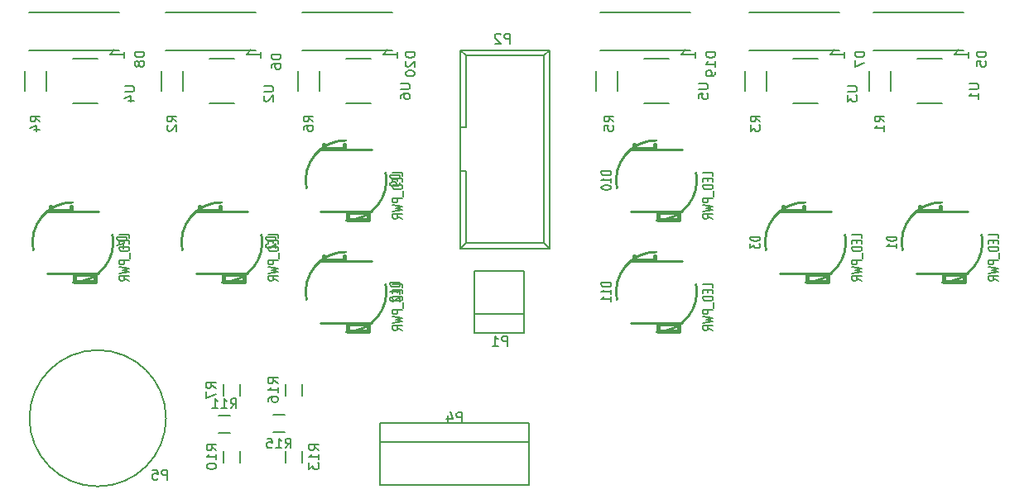
<source format=gbo>
G04 #@! TF.FileFunction,Legend,Bot*
%FSLAX46Y46*%
G04 Gerber Fmt 4.6, Leading zero omitted, Abs format (unit mm)*
G04 Created by KiCad (PCBNEW 4.0.4+e1-6308~48~ubuntu14.04.1-stable) date Sun Sep  4 20:51:27 2016*
%MOMM*%
%LPD*%
G01*
G04 APERTURE LIST*
%ADD10C,0.100000*%
%ADD11C,0.150000*%
%ADD12C,0.406400*%
%ADD13C,0.254000*%
%ADD14C,0.127000*%
G04 APERTURE END LIST*
D10*
D11*
X169870000Y-65380000D02*
X160570000Y-65380000D01*
X160570000Y-69240000D02*
X169870000Y-69240000D01*
X157170000Y-65380000D02*
X147870000Y-65380000D01*
X147870000Y-69240000D02*
X157170000Y-69240000D01*
X141930000Y-65380000D02*
X132630000Y-65380000D01*
X132630000Y-69240000D02*
X141930000Y-69240000D01*
X111450000Y-65380000D02*
X102150000Y-65380000D01*
X102150000Y-69240000D02*
X111450000Y-69240000D01*
X97480000Y-65380000D02*
X88180000Y-65380000D01*
X88180000Y-69240000D02*
X97480000Y-69240000D01*
X83510000Y-65380000D02*
X74210000Y-65380000D01*
X74210000Y-69240000D02*
X83510000Y-69240000D01*
D12*
X169938700Y-92158820D02*
X169938700Y-92189300D01*
X169938700Y-92189300D02*
X169938700Y-92948760D01*
X169938700Y-92948760D02*
X167838120Y-92948760D01*
X167838120Y-92948760D02*
X167838120Y-92168980D01*
X165361620Y-85651340D02*
X165361620Y-85250020D01*
X167462200Y-85250020D02*
X167462200Y-85651340D01*
X165361620Y-85651340D02*
X167462200Y-85651340D01*
D13*
X170258740Y-92077540D02*
X165021260Y-92077540D01*
D12*
X169938700Y-92189300D02*
X167838120Y-92189300D01*
D13*
X170238420Y-85730080D02*
X165011100Y-85740240D01*
X171687193Y-88126356D02*
G75*
G02X167667940Y-93002100I-4019253J-781264D01*
G01*
X163591856Y-89687022D02*
G75*
G02X167614600Y-84807044I4022744J781942D01*
G01*
D12*
X155968700Y-92158820D02*
X155968700Y-92189300D01*
X155968700Y-92189300D02*
X155968700Y-92948760D01*
X155968700Y-92948760D02*
X153868120Y-92948760D01*
X153868120Y-92948760D02*
X153868120Y-92168980D01*
X151391620Y-85651340D02*
X151391620Y-85250020D01*
X153492200Y-85250020D02*
X153492200Y-85651340D01*
X151391620Y-85651340D02*
X153492200Y-85651340D01*
D13*
X156288740Y-92077540D02*
X151051260Y-92077540D01*
D12*
X155968700Y-92189300D02*
X153868120Y-92189300D01*
D13*
X156268420Y-85730080D02*
X151041100Y-85740240D01*
X157717193Y-88126356D02*
G75*
G02X153697940Y-93002100I-4019253J-781264D01*
G01*
X149621856Y-89687022D02*
G75*
G02X153644600Y-84807044I4022744J781942D01*
G01*
D12*
X140728700Y-97238820D02*
X140728700Y-97269300D01*
X140728700Y-97269300D02*
X140728700Y-98028760D01*
X140728700Y-98028760D02*
X138628120Y-98028760D01*
X138628120Y-98028760D02*
X138628120Y-97248980D01*
X136151620Y-90731340D02*
X136151620Y-90330020D01*
X138252200Y-90330020D02*
X138252200Y-90731340D01*
X136151620Y-90731340D02*
X138252200Y-90731340D01*
D13*
X141048740Y-97157540D02*
X135811260Y-97157540D01*
D12*
X140728700Y-97269300D02*
X138628120Y-97269300D01*
D13*
X141028420Y-90810080D02*
X135801100Y-90820240D01*
X142477193Y-93206356D02*
G75*
G02X138457940Y-98082100I-4019253J-781264D01*
G01*
X134381856Y-94767022D02*
G75*
G02X138404600Y-89887044I4022744J781942D01*
G01*
D12*
X140728700Y-85808820D02*
X140728700Y-85839300D01*
X140728700Y-85839300D02*
X140728700Y-86598760D01*
X140728700Y-86598760D02*
X138628120Y-86598760D01*
X138628120Y-86598760D02*
X138628120Y-85818980D01*
X136151620Y-79301340D02*
X136151620Y-78900020D01*
X138252200Y-78900020D02*
X138252200Y-79301340D01*
X136151620Y-79301340D02*
X138252200Y-79301340D01*
D13*
X141048740Y-85727540D02*
X135811260Y-85727540D01*
D12*
X140728700Y-85839300D02*
X138628120Y-85839300D01*
D13*
X141028420Y-79380080D02*
X135801100Y-79390240D01*
X142477193Y-81776356D02*
G75*
G02X138457940Y-86652100I-4019253J-781264D01*
G01*
X134381856Y-83337022D02*
G75*
G02X138404600Y-78457044I4022744J781942D01*
G01*
D12*
X108978700Y-97238820D02*
X108978700Y-97269300D01*
X108978700Y-97269300D02*
X108978700Y-98028760D01*
X108978700Y-98028760D02*
X106878120Y-98028760D01*
X106878120Y-98028760D02*
X106878120Y-97248980D01*
X104401620Y-90731340D02*
X104401620Y-90330020D01*
X106502200Y-90330020D02*
X106502200Y-90731340D01*
X104401620Y-90731340D02*
X106502200Y-90731340D01*
D13*
X109298740Y-97157540D02*
X104061260Y-97157540D01*
D12*
X108978700Y-97269300D02*
X106878120Y-97269300D01*
D13*
X109278420Y-90810080D02*
X104051100Y-90820240D01*
X110727193Y-93206356D02*
G75*
G02X106707940Y-98082100I-4019253J-781264D01*
G01*
X102631856Y-94767022D02*
G75*
G02X106654600Y-89887044I4022744J781942D01*
G01*
D12*
X108978700Y-85808820D02*
X108978700Y-85839300D01*
X108978700Y-85839300D02*
X108978700Y-86598760D01*
X108978700Y-86598760D02*
X106878120Y-86598760D01*
X106878120Y-86598760D02*
X106878120Y-85818980D01*
X104401620Y-79301340D02*
X104401620Y-78900020D01*
X106502200Y-78900020D02*
X106502200Y-79301340D01*
X104401620Y-79301340D02*
X106502200Y-79301340D01*
D13*
X109298740Y-85727540D02*
X104061260Y-85727540D01*
D12*
X108978700Y-85839300D02*
X106878120Y-85839300D01*
D13*
X109278420Y-79380080D02*
X104051100Y-79390240D01*
X110727193Y-81776356D02*
G75*
G02X106707940Y-86652100I-4019253J-781264D01*
G01*
X102631856Y-83337022D02*
G75*
G02X106654600Y-78457044I4022744J781942D01*
G01*
D12*
X96278700Y-92158820D02*
X96278700Y-92189300D01*
X96278700Y-92189300D02*
X96278700Y-92948760D01*
X96278700Y-92948760D02*
X94178120Y-92948760D01*
X94178120Y-92948760D02*
X94178120Y-92168980D01*
X91701620Y-85651340D02*
X91701620Y-85250020D01*
X93802200Y-85250020D02*
X93802200Y-85651340D01*
X91701620Y-85651340D02*
X93802200Y-85651340D01*
D13*
X96598740Y-92077540D02*
X91361260Y-92077540D01*
D12*
X96278700Y-92189300D02*
X94178120Y-92189300D01*
D13*
X96578420Y-85730080D02*
X91351100Y-85740240D01*
X98027193Y-88126356D02*
G75*
G02X94007940Y-93002100I-4019253J-781264D01*
G01*
X89931856Y-89687022D02*
G75*
G02X93954600Y-84807044I4022744J781942D01*
G01*
D12*
X81038700Y-92158820D02*
X81038700Y-92189300D01*
X81038700Y-92189300D02*
X81038700Y-92948760D01*
X81038700Y-92948760D02*
X78938120Y-92948760D01*
X78938120Y-92948760D02*
X78938120Y-92168980D01*
X76461620Y-85651340D02*
X76461620Y-85250020D01*
X78562200Y-85250020D02*
X78562200Y-85651340D01*
X76461620Y-85651340D02*
X78562200Y-85651340D01*
D13*
X81358740Y-92077540D02*
X76121260Y-92077540D01*
D12*
X81038700Y-92189300D02*
X78938120Y-92189300D01*
D13*
X81338420Y-85730080D02*
X76111100Y-85740240D01*
X82787193Y-88126356D02*
G75*
G02X78767940Y-93002100I-4019253J-781264D01*
G01*
X74691856Y-89687022D02*
G75*
G02X78714600Y-84807044I4022744J781942D01*
G01*
D11*
X127486000Y-89535000D02*
X127486000Y-69215000D01*
X126936000Y-88995000D02*
X126936000Y-69775000D01*
X118386000Y-89535000D02*
X118386000Y-69215000D01*
X118936000Y-88995000D02*
X118936000Y-81625000D01*
X118936000Y-77125000D02*
X118936000Y-69775000D01*
X118936000Y-81625000D02*
X118386000Y-81625000D01*
X118936000Y-77125000D02*
X118386000Y-77125000D01*
X127486000Y-89535000D02*
X118386000Y-89535000D01*
X126936000Y-88995000D02*
X118936000Y-88995000D01*
X127486000Y-69215000D02*
X118386000Y-69215000D01*
X126936000Y-69775000D02*
X118936000Y-69775000D01*
X127486000Y-89535000D02*
X126936000Y-88995000D01*
X127486000Y-69215000D02*
X126936000Y-69775000D01*
X118386000Y-89535000D02*
X118936000Y-88995000D01*
X118386000Y-69215000D02*
X118936000Y-69775000D01*
X117792500Y-113792000D02*
X110172500Y-113792000D01*
X117792500Y-109347000D02*
X110172500Y-109347000D01*
X117792500Y-107442000D02*
X110172500Y-107442000D01*
X125412500Y-107442000D02*
X125412500Y-113792000D01*
X110172500Y-107442000D02*
X110172500Y-113792000D01*
X117792500Y-109347000D02*
X125412500Y-109347000D01*
X125412500Y-107442000D02*
X117792500Y-107442000D01*
X117792500Y-113792000D02*
X125412500Y-113792000D01*
X124841000Y-96266000D02*
X119761000Y-96266000D01*
X124841000Y-91821000D02*
X119761000Y-91821000D01*
X119761000Y-98171000D02*
X124841000Y-98171000D01*
X119761000Y-98171000D02*
X119761000Y-91821000D01*
X124841000Y-98171000D02*
X124841000Y-91821000D01*
X88265000Y-106934000D02*
G75*
G03X88265000Y-106934000I-6985000J0D01*
G01*
X160215000Y-71390000D02*
X160215000Y-73390000D01*
X162365000Y-73390000D02*
X162365000Y-71390000D01*
X87825000Y-71390000D02*
X87825000Y-73390000D01*
X89975000Y-73390000D02*
X89975000Y-71390000D01*
X147515000Y-71390000D02*
X147515000Y-73390000D01*
X149665000Y-73390000D02*
X149665000Y-71390000D01*
X73855000Y-71390000D02*
X73855000Y-73390000D01*
X76005000Y-73390000D02*
X76005000Y-71390000D01*
X132275000Y-71390000D02*
X132275000Y-73390000D01*
X134425000Y-73390000D02*
X134425000Y-71390000D01*
X101795000Y-71390000D02*
X101795000Y-73390000D01*
X103945000Y-73390000D02*
X103945000Y-71390000D01*
X95871000Y-104613000D02*
X95871000Y-103413000D01*
X94121000Y-103413000D02*
X94121000Y-104613000D01*
X94121000Y-110271000D02*
X94121000Y-111471000D01*
X95871000Y-111471000D02*
X95871000Y-110271000D01*
X93634000Y-108444000D02*
X94834000Y-108444000D01*
X94834000Y-106694000D02*
X93634000Y-106694000D01*
X100471000Y-110271000D02*
X100471000Y-111471000D01*
X102221000Y-111471000D02*
X102221000Y-110271000D01*
X100422000Y-106567000D02*
X99222000Y-106567000D01*
X99222000Y-108317000D02*
X100422000Y-108317000D01*
X102221000Y-104613000D02*
X102221000Y-103413000D01*
X100471000Y-103413000D02*
X100471000Y-104613000D01*
X170319700Y-69390260D02*
X170319700Y-69989700D01*
X169369740Y-69189600D02*
X168920160Y-69689980D01*
X168920160Y-69689980D02*
X170319700Y-69689980D01*
X167670480Y-70088760D02*
X165069520Y-70088760D01*
X165069520Y-74691240D02*
X167670480Y-74691240D01*
X97929700Y-69390260D02*
X97929700Y-69989700D01*
X96979740Y-69189600D02*
X96530160Y-69689980D01*
X96530160Y-69689980D02*
X97929700Y-69689980D01*
X95280480Y-70088760D02*
X92679520Y-70088760D01*
X92679520Y-74691240D02*
X95280480Y-74691240D01*
X157619700Y-69390260D02*
X157619700Y-69989700D01*
X156669740Y-69189600D02*
X156220160Y-69689980D01*
X156220160Y-69689980D02*
X157619700Y-69689980D01*
X154970480Y-70088760D02*
X152369520Y-70088760D01*
X152369520Y-74691240D02*
X154970480Y-74691240D01*
X83959700Y-69390260D02*
X83959700Y-69989700D01*
X83009740Y-69189600D02*
X82560160Y-69689980D01*
X82560160Y-69689980D02*
X83959700Y-69689980D01*
X81310480Y-70088760D02*
X78709520Y-70088760D01*
X78709520Y-74691240D02*
X81310480Y-74691240D01*
X142379700Y-69390260D02*
X142379700Y-69989700D01*
X141429740Y-69189600D02*
X140980160Y-69689980D01*
X140980160Y-69689980D02*
X142379700Y-69689980D01*
X139730480Y-70088760D02*
X137129520Y-70088760D01*
X137129520Y-74691240D02*
X139730480Y-74691240D01*
X111899700Y-69390260D02*
X111899700Y-69989700D01*
X110949740Y-69189600D02*
X110500160Y-69689980D01*
X110500160Y-69689980D02*
X111899700Y-69689980D01*
X109250480Y-70088760D02*
X106649520Y-70088760D01*
X106649520Y-74691240D02*
X109250480Y-74691240D01*
X172156381Y-69365905D02*
X171156381Y-69365905D01*
X171156381Y-69604000D01*
X171204000Y-69746858D01*
X171299238Y-69842096D01*
X171394476Y-69889715D01*
X171584952Y-69937334D01*
X171727810Y-69937334D01*
X171918286Y-69889715D01*
X172013524Y-69842096D01*
X172108762Y-69746858D01*
X172156381Y-69604000D01*
X172156381Y-69365905D01*
X171156381Y-70842096D02*
X171156381Y-70365905D01*
X171632571Y-70318286D01*
X171584952Y-70365905D01*
X171537333Y-70461143D01*
X171537333Y-70699239D01*
X171584952Y-70794477D01*
X171632571Y-70842096D01*
X171727810Y-70889715D01*
X171965905Y-70889715D01*
X172061143Y-70842096D01*
X172108762Y-70794477D01*
X172156381Y-70699239D01*
X172156381Y-70461143D01*
X172108762Y-70365905D01*
X172061143Y-70318286D01*
X159710381Y-69365905D02*
X158710381Y-69365905D01*
X158710381Y-69604000D01*
X158758000Y-69746858D01*
X158853238Y-69842096D01*
X158948476Y-69889715D01*
X159138952Y-69937334D01*
X159281810Y-69937334D01*
X159472286Y-69889715D01*
X159567524Y-69842096D01*
X159662762Y-69746858D01*
X159710381Y-69604000D01*
X159710381Y-69365905D01*
X158710381Y-70270667D02*
X158710381Y-70937334D01*
X159710381Y-70508762D01*
X144470381Y-69397714D02*
X143470381Y-69397714D01*
X143470381Y-69635809D01*
X143518000Y-69778667D01*
X143613238Y-69873905D01*
X143708476Y-69921524D01*
X143898952Y-69969143D01*
X144041810Y-69969143D01*
X144232286Y-69921524D01*
X144327524Y-69873905D01*
X144422762Y-69778667D01*
X144470381Y-69635809D01*
X144470381Y-69397714D01*
X144470381Y-70921524D02*
X144470381Y-70350095D01*
X144470381Y-70635809D02*
X143470381Y-70635809D01*
X143613238Y-70540571D01*
X143708476Y-70445333D01*
X143756095Y-70350095D01*
X144470381Y-71397714D02*
X144470381Y-71588190D01*
X144422762Y-71683429D01*
X144375143Y-71731048D01*
X144232286Y-71826286D01*
X144041810Y-71873905D01*
X143660857Y-71873905D01*
X143565619Y-71826286D01*
X143518000Y-71778667D01*
X143470381Y-71683429D01*
X143470381Y-71492952D01*
X143518000Y-71397714D01*
X143565619Y-71350095D01*
X143660857Y-71302476D01*
X143898952Y-71302476D01*
X143994190Y-71350095D01*
X144041810Y-71397714D01*
X144089429Y-71492952D01*
X144089429Y-71683429D01*
X144041810Y-71778667D01*
X143994190Y-71826286D01*
X143898952Y-71873905D01*
X113736381Y-69397714D02*
X112736381Y-69397714D01*
X112736381Y-69635809D01*
X112784000Y-69778667D01*
X112879238Y-69873905D01*
X112974476Y-69921524D01*
X113164952Y-69969143D01*
X113307810Y-69969143D01*
X113498286Y-69921524D01*
X113593524Y-69873905D01*
X113688762Y-69778667D01*
X113736381Y-69635809D01*
X113736381Y-69397714D01*
X112831619Y-70350095D02*
X112784000Y-70397714D01*
X112736381Y-70492952D01*
X112736381Y-70731048D01*
X112784000Y-70826286D01*
X112831619Y-70873905D01*
X112926857Y-70921524D01*
X113022095Y-70921524D01*
X113164952Y-70873905D01*
X113736381Y-70302476D01*
X113736381Y-70921524D01*
X112736381Y-71540571D02*
X112736381Y-71635810D01*
X112784000Y-71731048D01*
X112831619Y-71778667D01*
X112926857Y-71826286D01*
X113117333Y-71873905D01*
X113355429Y-71873905D01*
X113545905Y-71826286D01*
X113641143Y-71778667D01*
X113688762Y-71731048D01*
X113736381Y-71635810D01*
X113736381Y-71540571D01*
X113688762Y-71445333D01*
X113641143Y-71397714D01*
X113545905Y-71350095D01*
X113355429Y-71302476D01*
X113117333Y-71302476D01*
X112926857Y-71350095D01*
X112831619Y-71397714D01*
X112784000Y-71445333D01*
X112736381Y-71540571D01*
X100020381Y-69619905D02*
X99020381Y-69619905D01*
X99020381Y-69858000D01*
X99068000Y-70000858D01*
X99163238Y-70096096D01*
X99258476Y-70143715D01*
X99448952Y-70191334D01*
X99591810Y-70191334D01*
X99782286Y-70143715D01*
X99877524Y-70096096D01*
X99972762Y-70000858D01*
X100020381Y-69858000D01*
X100020381Y-69619905D01*
X99020381Y-71048477D02*
X99020381Y-70858000D01*
X99068000Y-70762762D01*
X99115619Y-70715143D01*
X99258476Y-70619905D01*
X99448952Y-70572286D01*
X99829905Y-70572286D01*
X99925143Y-70619905D01*
X99972762Y-70667524D01*
X100020381Y-70762762D01*
X100020381Y-70953239D01*
X99972762Y-71048477D01*
X99925143Y-71096096D01*
X99829905Y-71143715D01*
X99591810Y-71143715D01*
X99496571Y-71096096D01*
X99448952Y-71048477D01*
X99401333Y-70953239D01*
X99401333Y-70762762D01*
X99448952Y-70667524D01*
X99496571Y-70619905D01*
X99591810Y-70572286D01*
X86050381Y-69365905D02*
X85050381Y-69365905D01*
X85050381Y-69604000D01*
X85098000Y-69746858D01*
X85193238Y-69842096D01*
X85288476Y-69889715D01*
X85478952Y-69937334D01*
X85621810Y-69937334D01*
X85812286Y-69889715D01*
X85907524Y-69842096D01*
X86002762Y-69746858D01*
X86050381Y-69604000D01*
X86050381Y-69365905D01*
X85478952Y-70508762D02*
X85431333Y-70413524D01*
X85383714Y-70365905D01*
X85288476Y-70318286D01*
X85240857Y-70318286D01*
X85145619Y-70365905D01*
X85098000Y-70413524D01*
X85050381Y-70508762D01*
X85050381Y-70699239D01*
X85098000Y-70794477D01*
X85145619Y-70842096D01*
X85240857Y-70889715D01*
X85288476Y-70889715D01*
X85383714Y-70842096D01*
X85431333Y-70794477D01*
X85478952Y-70699239D01*
X85478952Y-70508762D01*
X85526571Y-70413524D01*
X85574190Y-70365905D01*
X85669429Y-70318286D01*
X85859905Y-70318286D01*
X85955143Y-70365905D01*
X86002762Y-70413524D01*
X86050381Y-70508762D01*
X86050381Y-70699239D01*
X86002762Y-70794477D01*
X85955143Y-70842096D01*
X85859905Y-70889715D01*
X85669429Y-70889715D01*
X85574190Y-70842096D01*
X85526571Y-70794477D01*
X85478952Y-70699239D01*
D14*
X163019619Y-88337572D02*
X162003619Y-88337572D01*
X162003619Y-88519000D01*
X162052000Y-88627857D01*
X162148762Y-88700429D01*
X162245524Y-88736714D01*
X162439048Y-88773000D01*
X162584190Y-88773000D01*
X162777714Y-88736714D01*
X162874476Y-88700429D01*
X162971238Y-88627857D01*
X163019619Y-88519000D01*
X163019619Y-88337572D01*
X163019619Y-89498714D02*
X163019619Y-89063286D01*
X163019619Y-89281000D02*
X162003619Y-89281000D01*
X162148762Y-89208429D01*
X162245524Y-89135857D01*
X162293905Y-89063286D01*
X173400599Y-88466749D02*
X173400599Y-88103892D01*
X172384599Y-88103892D01*
X172868409Y-88720749D02*
X172868409Y-88974749D01*
X173400599Y-89083606D02*
X173400599Y-88720749D01*
X172384599Y-88720749D01*
X172384599Y-89083606D01*
X173400599Y-89410178D02*
X172384599Y-89410178D01*
X172384599Y-89591606D01*
X172432980Y-89700463D01*
X172529742Y-89773035D01*
X172626504Y-89809320D01*
X172820028Y-89845606D01*
X172965170Y-89845606D01*
X173158694Y-89809320D01*
X173255456Y-89773035D01*
X173352218Y-89700463D01*
X173400599Y-89591606D01*
X173400599Y-89410178D01*
X173497361Y-89990749D02*
X173497361Y-90571320D01*
X173400599Y-90752749D02*
X172384599Y-90752749D01*
X172384599Y-91043034D01*
X172432980Y-91115606D01*
X172481361Y-91151891D01*
X172578123Y-91188177D01*
X172723266Y-91188177D01*
X172820028Y-91151891D01*
X172868409Y-91115606D01*
X172916790Y-91043034D01*
X172916790Y-90752749D01*
X172384599Y-91442177D02*
X173400599Y-91623606D01*
X172674885Y-91768749D01*
X173400599Y-91913891D01*
X172384599Y-92095320D01*
X173400599Y-92821034D02*
X172916790Y-92567034D01*
X173400599Y-92385606D02*
X172384599Y-92385606D01*
X172384599Y-92675891D01*
X172432980Y-92748463D01*
X172481361Y-92784748D01*
X172578123Y-92821034D01*
X172723266Y-92821034D01*
X172820028Y-92784748D01*
X172868409Y-92748463D01*
X172916790Y-92675891D01*
X172916790Y-92385606D01*
X149049619Y-88337572D02*
X148033619Y-88337572D01*
X148033619Y-88519000D01*
X148082000Y-88627857D01*
X148178762Y-88700429D01*
X148275524Y-88736714D01*
X148469048Y-88773000D01*
X148614190Y-88773000D01*
X148807714Y-88736714D01*
X148904476Y-88700429D01*
X149001238Y-88627857D01*
X149049619Y-88519000D01*
X149049619Y-88337572D01*
X148033619Y-89027000D02*
X148033619Y-89498714D01*
X148420667Y-89244714D01*
X148420667Y-89353572D01*
X148469048Y-89426143D01*
X148517429Y-89462429D01*
X148614190Y-89498714D01*
X148856095Y-89498714D01*
X148952857Y-89462429D01*
X149001238Y-89426143D01*
X149049619Y-89353572D01*
X149049619Y-89135857D01*
X149001238Y-89063286D01*
X148952857Y-89027000D01*
X159430599Y-88466749D02*
X159430599Y-88103892D01*
X158414599Y-88103892D01*
X158898409Y-88720749D02*
X158898409Y-88974749D01*
X159430599Y-89083606D02*
X159430599Y-88720749D01*
X158414599Y-88720749D01*
X158414599Y-89083606D01*
X159430599Y-89410178D02*
X158414599Y-89410178D01*
X158414599Y-89591606D01*
X158462980Y-89700463D01*
X158559742Y-89773035D01*
X158656504Y-89809320D01*
X158850028Y-89845606D01*
X158995170Y-89845606D01*
X159188694Y-89809320D01*
X159285456Y-89773035D01*
X159382218Y-89700463D01*
X159430599Y-89591606D01*
X159430599Y-89410178D01*
X159527361Y-89990749D02*
X159527361Y-90571320D01*
X159430599Y-90752749D02*
X158414599Y-90752749D01*
X158414599Y-91043034D01*
X158462980Y-91115606D01*
X158511361Y-91151891D01*
X158608123Y-91188177D01*
X158753266Y-91188177D01*
X158850028Y-91151891D01*
X158898409Y-91115606D01*
X158946790Y-91043034D01*
X158946790Y-90752749D01*
X158414599Y-91442177D02*
X159430599Y-91623606D01*
X158704885Y-91768749D01*
X159430599Y-91913891D01*
X158414599Y-92095320D01*
X159430599Y-92821034D02*
X158946790Y-92567034D01*
X159430599Y-92385606D02*
X158414599Y-92385606D01*
X158414599Y-92675891D01*
X158462980Y-92748463D01*
X158511361Y-92784748D01*
X158608123Y-92821034D01*
X158753266Y-92821034D01*
X158850028Y-92784748D01*
X158898409Y-92748463D01*
X158946790Y-92675891D01*
X158946790Y-92385606D01*
X133809619Y-93054715D02*
X132793619Y-93054715D01*
X132793619Y-93236143D01*
X132842000Y-93345000D01*
X132938762Y-93417572D01*
X133035524Y-93453857D01*
X133229048Y-93490143D01*
X133374190Y-93490143D01*
X133567714Y-93453857D01*
X133664476Y-93417572D01*
X133761238Y-93345000D01*
X133809619Y-93236143D01*
X133809619Y-93054715D01*
X133809619Y-94215857D02*
X133809619Y-93780429D01*
X133809619Y-93998143D02*
X132793619Y-93998143D01*
X132938762Y-93925572D01*
X133035524Y-93853000D01*
X133083905Y-93780429D01*
X133809619Y-94941571D02*
X133809619Y-94506143D01*
X133809619Y-94723857D02*
X132793619Y-94723857D01*
X132938762Y-94651286D01*
X133035524Y-94578714D01*
X133083905Y-94506143D01*
X144190599Y-93546749D02*
X144190599Y-93183892D01*
X143174599Y-93183892D01*
X143658409Y-93800749D02*
X143658409Y-94054749D01*
X144190599Y-94163606D02*
X144190599Y-93800749D01*
X143174599Y-93800749D01*
X143174599Y-94163606D01*
X144190599Y-94490178D02*
X143174599Y-94490178D01*
X143174599Y-94671606D01*
X143222980Y-94780463D01*
X143319742Y-94853035D01*
X143416504Y-94889320D01*
X143610028Y-94925606D01*
X143755170Y-94925606D01*
X143948694Y-94889320D01*
X144045456Y-94853035D01*
X144142218Y-94780463D01*
X144190599Y-94671606D01*
X144190599Y-94490178D01*
X144287361Y-95070749D02*
X144287361Y-95651320D01*
X144190599Y-95832749D02*
X143174599Y-95832749D01*
X143174599Y-96123034D01*
X143222980Y-96195606D01*
X143271361Y-96231891D01*
X143368123Y-96268177D01*
X143513266Y-96268177D01*
X143610028Y-96231891D01*
X143658409Y-96195606D01*
X143706790Y-96123034D01*
X143706790Y-95832749D01*
X143174599Y-96522177D02*
X144190599Y-96703606D01*
X143464885Y-96848749D01*
X144190599Y-96993891D01*
X143174599Y-97175320D01*
X144190599Y-97901034D02*
X143706790Y-97647034D01*
X144190599Y-97465606D02*
X143174599Y-97465606D01*
X143174599Y-97755891D01*
X143222980Y-97828463D01*
X143271361Y-97864748D01*
X143368123Y-97901034D01*
X143513266Y-97901034D01*
X143610028Y-97864748D01*
X143658409Y-97828463D01*
X143706790Y-97755891D01*
X143706790Y-97465606D01*
X133809619Y-81624715D02*
X132793619Y-81624715D01*
X132793619Y-81806143D01*
X132842000Y-81915000D01*
X132938762Y-81987572D01*
X133035524Y-82023857D01*
X133229048Y-82060143D01*
X133374190Y-82060143D01*
X133567714Y-82023857D01*
X133664476Y-81987572D01*
X133761238Y-81915000D01*
X133809619Y-81806143D01*
X133809619Y-81624715D01*
X133809619Y-82785857D02*
X133809619Y-82350429D01*
X133809619Y-82568143D02*
X132793619Y-82568143D01*
X132938762Y-82495572D01*
X133035524Y-82423000D01*
X133083905Y-82350429D01*
X132793619Y-83257571D02*
X132793619Y-83330143D01*
X132842000Y-83402714D01*
X132890381Y-83439000D01*
X132987143Y-83475286D01*
X133180667Y-83511571D01*
X133422571Y-83511571D01*
X133616095Y-83475286D01*
X133712857Y-83439000D01*
X133761238Y-83402714D01*
X133809619Y-83330143D01*
X133809619Y-83257571D01*
X133761238Y-83185000D01*
X133712857Y-83148714D01*
X133616095Y-83112429D01*
X133422571Y-83076143D01*
X133180667Y-83076143D01*
X132987143Y-83112429D01*
X132890381Y-83148714D01*
X132842000Y-83185000D01*
X132793619Y-83257571D01*
X144190599Y-82116749D02*
X144190599Y-81753892D01*
X143174599Y-81753892D01*
X143658409Y-82370749D02*
X143658409Y-82624749D01*
X144190599Y-82733606D02*
X144190599Y-82370749D01*
X143174599Y-82370749D01*
X143174599Y-82733606D01*
X144190599Y-83060178D02*
X143174599Y-83060178D01*
X143174599Y-83241606D01*
X143222980Y-83350463D01*
X143319742Y-83423035D01*
X143416504Y-83459320D01*
X143610028Y-83495606D01*
X143755170Y-83495606D01*
X143948694Y-83459320D01*
X144045456Y-83423035D01*
X144142218Y-83350463D01*
X144190599Y-83241606D01*
X144190599Y-83060178D01*
X144287361Y-83640749D02*
X144287361Y-84221320D01*
X144190599Y-84402749D02*
X143174599Y-84402749D01*
X143174599Y-84693034D01*
X143222980Y-84765606D01*
X143271361Y-84801891D01*
X143368123Y-84838177D01*
X143513266Y-84838177D01*
X143610028Y-84801891D01*
X143658409Y-84765606D01*
X143706790Y-84693034D01*
X143706790Y-84402749D01*
X143174599Y-85092177D02*
X144190599Y-85273606D01*
X143464885Y-85418749D01*
X144190599Y-85563891D01*
X143174599Y-85745320D01*
X144190599Y-86471034D02*
X143706790Y-86217034D01*
X144190599Y-86035606D02*
X143174599Y-86035606D01*
X143174599Y-86325891D01*
X143222980Y-86398463D01*
X143271361Y-86434748D01*
X143368123Y-86471034D01*
X143513266Y-86471034D01*
X143610028Y-86434748D01*
X143658409Y-86398463D01*
X143706790Y-86325891D01*
X143706790Y-86035606D01*
X112219619Y-93054715D02*
X111203619Y-93054715D01*
X111203619Y-93236143D01*
X111252000Y-93345000D01*
X111348762Y-93417572D01*
X111445524Y-93453857D01*
X111639048Y-93490143D01*
X111784190Y-93490143D01*
X111977714Y-93453857D01*
X112074476Y-93417572D01*
X112171238Y-93345000D01*
X112219619Y-93236143D01*
X112219619Y-93054715D01*
X112219619Y-94215857D02*
X112219619Y-93780429D01*
X112219619Y-93998143D02*
X111203619Y-93998143D01*
X111348762Y-93925572D01*
X111445524Y-93853000D01*
X111493905Y-93780429D01*
X111300381Y-94506143D02*
X111252000Y-94542429D01*
X111203619Y-94615000D01*
X111203619Y-94796429D01*
X111252000Y-94869000D01*
X111300381Y-94905286D01*
X111397143Y-94941571D01*
X111493905Y-94941571D01*
X111639048Y-94905286D01*
X112219619Y-94469857D01*
X112219619Y-94941571D01*
X112440599Y-93546749D02*
X112440599Y-93183892D01*
X111424599Y-93183892D01*
X111908409Y-93800749D02*
X111908409Y-94054749D01*
X112440599Y-94163606D02*
X112440599Y-93800749D01*
X111424599Y-93800749D01*
X111424599Y-94163606D01*
X112440599Y-94490178D02*
X111424599Y-94490178D01*
X111424599Y-94671606D01*
X111472980Y-94780463D01*
X111569742Y-94853035D01*
X111666504Y-94889320D01*
X111860028Y-94925606D01*
X112005170Y-94925606D01*
X112198694Y-94889320D01*
X112295456Y-94853035D01*
X112392218Y-94780463D01*
X112440599Y-94671606D01*
X112440599Y-94490178D01*
X112537361Y-95070749D02*
X112537361Y-95651320D01*
X112440599Y-95832749D02*
X111424599Y-95832749D01*
X111424599Y-96123034D01*
X111472980Y-96195606D01*
X111521361Y-96231891D01*
X111618123Y-96268177D01*
X111763266Y-96268177D01*
X111860028Y-96231891D01*
X111908409Y-96195606D01*
X111956790Y-96123034D01*
X111956790Y-95832749D01*
X111424599Y-96522177D02*
X112440599Y-96703606D01*
X111714885Y-96848749D01*
X112440599Y-96993891D01*
X111424599Y-97175320D01*
X112440599Y-97901034D02*
X111956790Y-97647034D01*
X112440599Y-97465606D02*
X111424599Y-97465606D01*
X111424599Y-97755891D01*
X111472980Y-97828463D01*
X111521361Y-97864748D01*
X111618123Y-97901034D01*
X111763266Y-97901034D01*
X111860028Y-97864748D01*
X111908409Y-97828463D01*
X111956790Y-97755891D01*
X111956790Y-97465606D01*
X112219619Y-81987572D02*
X111203619Y-81987572D01*
X111203619Y-82169000D01*
X111252000Y-82277857D01*
X111348762Y-82350429D01*
X111445524Y-82386714D01*
X111639048Y-82423000D01*
X111784190Y-82423000D01*
X111977714Y-82386714D01*
X112074476Y-82350429D01*
X112171238Y-82277857D01*
X112219619Y-82169000D01*
X112219619Y-81987572D01*
X112219619Y-82785857D02*
X112219619Y-82931000D01*
X112171238Y-83003572D01*
X112122857Y-83039857D01*
X111977714Y-83112429D01*
X111784190Y-83148714D01*
X111397143Y-83148714D01*
X111300381Y-83112429D01*
X111252000Y-83076143D01*
X111203619Y-83003572D01*
X111203619Y-82858429D01*
X111252000Y-82785857D01*
X111300381Y-82749572D01*
X111397143Y-82713286D01*
X111639048Y-82713286D01*
X111735810Y-82749572D01*
X111784190Y-82785857D01*
X111832571Y-82858429D01*
X111832571Y-83003572D01*
X111784190Y-83076143D01*
X111735810Y-83112429D01*
X111639048Y-83148714D01*
X112440599Y-82116749D02*
X112440599Y-81753892D01*
X111424599Y-81753892D01*
X111908409Y-82370749D02*
X111908409Y-82624749D01*
X112440599Y-82733606D02*
X112440599Y-82370749D01*
X111424599Y-82370749D01*
X111424599Y-82733606D01*
X112440599Y-83060178D02*
X111424599Y-83060178D01*
X111424599Y-83241606D01*
X111472980Y-83350463D01*
X111569742Y-83423035D01*
X111666504Y-83459320D01*
X111860028Y-83495606D01*
X112005170Y-83495606D01*
X112198694Y-83459320D01*
X112295456Y-83423035D01*
X112392218Y-83350463D01*
X112440599Y-83241606D01*
X112440599Y-83060178D01*
X112537361Y-83640749D02*
X112537361Y-84221320D01*
X112440599Y-84402749D02*
X111424599Y-84402749D01*
X111424599Y-84693034D01*
X111472980Y-84765606D01*
X111521361Y-84801891D01*
X111618123Y-84838177D01*
X111763266Y-84838177D01*
X111860028Y-84801891D01*
X111908409Y-84765606D01*
X111956790Y-84693034D01*
X111956790Y-84402749D01*
X111424599Y-85092177D02*
X112440599Y-85273606D01*
X111714885Y-85418749D01*
X112440599Y-85563891D01*
X111424599Y-85745320D01*
X112440599Y-86471034D02*
X111956790Y-86217034D01*
X112440599Y-86035606D02*
X111424599Y-86035606D01*
X111424599Y-86325891D01*
X111472980Y-86398463D01*
X111521361Y-86434748D01*
X111618123Y-86471034D01*
X111763266Y-86471034D01*
X111860028Y-86434748D01*
X111908409Y-86398463D01*
X111956790Y-86325891D01*
X111956790Y-86035606D01*
X99519619Y-88337572D02*
X98503619Y-88337572D01*
X98503619Y-88519000D01*
X98552000Y-88627857D01*
X98648762Y-88700429D01*
X98745524Y-88736714D01*
X98939048Y-88773000D01*
X99084190Y-88773000D01*
X99277714Y-88736714D01*
X99374476Y-88700429D01*
X99471238Y-88627857D01*
X99519619Y-88519000D01*
X99519619Y-88337572D01*
X98600381Y-89063286D02*
X98552000Y-89099572D01*
X98503619Y-89172143D01*
X98503619Y-89353572D01*
X98552000Y-89426143D01*
X98600381Y-89462429D01*
X98697143Y-89498714D01*
X98793905Y-89498714D01*
X98939048Y-89462429D01*
X99519619Y-89027000D01*
X99519619Y-89498714D01*
X99740599Y-88466749D02*
X99740599Y-88103892D01*
X98724599Y-88103892D01*
X99208409Y-88720749D02*
X99208409Y-88974749D01*
X99740599Y-89083606D02*
X99740599Y-88720749D01*
X98724599Y-88720749D01*
X98724599Y-89083606D01*
X99740599Y-89410178D02*
X98724599Y-89410178D01*
X98724599Y-89591606D01*
X98772980Y-89700463D01*
X98869742Y-89773035D01*
X98966504Y-89809320D01*
X99160028Y-89845606D01*
X99305170Y-89845606D01*
X99498694Y-89809320D01*
X99595456Y-89773035D01*
X99692218Y-89700463D01*
X99740599Y-89591606D01*
X99740599Y-89410178D01*
X99837361Y-89990749D02*
X99837361Y-90571320D01*
X99740599Y-90752749D02*
X98724599Y-90752749D01*
X98724599Y-91043034D01*
X98772980Y-91115606D01*
X98821361Y-91151891D01*
X98918123Y-91188177D01*
X99063266Y-91188177D01*
X99160028Y-91151891D01*
X99208409Y-91115606D01*
X99256790Y-91043034D01*
X99256790Y-90752749D01*
X98724599Y-91442177D02*
X99740599Y-91623606D01*
X99014885Y-91768749D01*
X99740599Y-91913891D01*
X98724599Y-92095320D01*
X99740599Y-92821034D02*
X99256790Y-92567034D01*
X99740599Y-92385606D02*
X98724599Y-92385606D01*
X98724599Y-92675891D01*
X98772980Y-92748463D01*
X98821361Y-92784748D01*
X98918123Y-92821034D01*
X99063266Y-92821034D01*
X99160028Y-92784748D01*
X99208409Y-92748463D01*
X99256790Y-92675891D01*
X99256790Y-92385606D01*
X84279619Y-88337572D02*
X83263619Y-88337572D01*
X83263619Y-88519000D01*
X83312000Y-88627857D01*
X83408762Y-88700429D01*
X83505524Y-88736714D01*
X83699048Y-88773000D01*
X83844190Y-88773000D01*
X84037714Y-88736714D01*
X84134476Y-88700429D01*
X84231238Y-88627857D01*
X84279619Y-88519000D01*
X84279619Y-88337572D01*
X83602286Y-89426143D02*
X84279619Y-89426143D01*
X83215238Y-89244714D02*
X83940952Y-89063286D01*
X83940952Y-89535000D01*
X84500599Y-88466749D02*
X84500599Y-88103892D01*
X83484599Y-88103892D01*
X83968409Y-88720749D02*
X83968409Y-88974749D01*
X84500599Y-89083606D02*
X84500599Y-88720749D01*
X83484599Y-88720749D01*
X83484599Y-89083606D01*
X84500599Y-89410178D02*
X83484599Y-89410178D01*
X83484599Y-89591606D01*
X83532980Y-89700463D01*
X83629742Y-89773035D01*
X83726504Y-89809320D01*
X83920028Y-89845606D01*
X84065170Y-89845606D01*
X84258694Y-89809320D01*
X84355456Y-89773035D01*
X84452218Y-89700463D01*
X84500599Y-89591606D01*
X84500599Y-89410178D01*
X84597361Y-89990749D02*
X84597361Y-90571320D01*
X84500599Y-90752749D02*
X83484599Y-90752749D01*
X83484599Y-91043034D01*
X83532980Y-91115606D01*
X83581361Y-91151891D01*
X83678123Y-91188177D01*
X83823266Y-91188177D01*
X83920028Y-91151891D01*
X83968409Y-91115606D01*
X84016790Y-91043034D01*
X84016790Y-90752749D01*
X83484599Y-91442177D02*
X84500599Y-91623606D01*
X83774885Y-91768749D01*
X84500599Y-91913891D01*
X83484599Y-92095320D01*
X84500599Y-92821034D02*
X84016790Y-92567034D01*
X84500599Y-92385606D02*
X83484599Y-92385606D01*
X83484599Y-92675891D01*
X83532980Y-92748463D01*
X83581361Y-92784748D01*
X83678123Y-92821034D01*
X83823266Y-92821034D01*
X83920028Y-92784748D01*
X83968409Y-92748463D01*
X84016790Y-92675891D01*
X84016790Y-92385606D01*
D11*
X123420095Y-68524381D02*
X123420095Y-67524381D01*
X123039142Y-67524381D01*
X122943904Y-67572000D01*
X122896285Y-67619619D01*
X122848666Y-67714857D01*
X122848666Y-67857714D01*
X122896285Y-67952952D01*
X122943904Y-68000571D01*
X123039142Y-68048190D01*
X123420095Y-68048190D01*
X122467714Y-67619619D02*
X122420095Y-67572000D01*
X122324857Y-67524381D01*
X122086761Y-67524381D01*
X121991523Y-67572000D01*
X121943904Y-67619619D01*
X121896285Y-67714857D01*
X121896285Y-67810095D01*
X121943904Y-67952952D01*
X122515333Y-68524381D01*
X121896285Y-68524381D01*
X118530595Y-107319381D02*
X118530595Y-106319381D01*
X118149642Y-106319381D01*
X118054404Y-106367000D01*
X118006785Y-106414619D01*
X117959166Y-106509857D01*
X117959166Y-106652714D01*
X118006785Y-106747952D01*
X118054404Y-106795571D01*
X118149642Y-106843190D01*
X118530595Y-106843190D01*
X117102023Y-106652714D02*
X117102023Y-107319381D01*
X117340119Y-106271762D02*
X117578214Y-106986048D01*
X116959166Y-106986048D01*
X123166095Y-99512381D02*
X123166095Y-98512381D01*
X122785142Y-98512381D01*
X122689904Y-98560000D01*
X122642285Y-98607619D01*
X122594666Y-98702857D01*
X122594666Y-98845714D01*
X122642285Y-98940952D01*
X122689904Y-98988571D01*
X122785142Y-99036190D01*
X123166095Y-99036190D01*
X121642285Y-99512381D02*
X122213714Y-99512381D01*
X121928000Y-99512381D02*
X121928000Y-98512381D01*
X122023238Y-98655238D01*
X122118476Y-98750476D01*
X122213714Y-98798095D01*
X88368095Y-113228381D02*
X88368095Y-112228381D01*
X87987142Y-112228381D01*
X87891904Y-112276000D01*
X87844285Y-112323619D01*
X87796666Y-112418857D01*
X87796666Y-112561714D01*
X87844285Y-112656952D01*
X87891904Y-112704571D01*
X87987142Y-112752190D01*
X88368095Y-112752190D01*
X86891904Y-112228381D02*
X87368095Y-112228381D01*
X87415714Y-112704571D01*
X87368095Y-112656952D01*
X87272857Y-112609333D01*
X87034761Y-112609333D01*
X86939523Y-112656952D01*
X86891904Y-112704571D01*
X86844285Y-112799810D01*
X86844285Y-113037905D01*
X86891904Y-113133143D01*
X86939523Y-113180762D01*
X87034761Y-113228381D01*
X87272857Y-113228381D01*
X87368095Y-113180762D01*
X87415714Y-113133143D01*
X161742381Y-76541334D02*
X161266190Y-76208000D01*
X161742381Y-75969905D02*
X160742381Y-75969905D01*
X160742381Y-76350858D01*
X160790000Y-76446096D01*
X160837619Y-76493715D01*
X160932857Y-76541334D01*
X161075714Y-76541334D01*
X161170952Y-76493715D01*
X161218571Y-76446096D01*
X161266190Y-76350858D01*
X161266190Y-75969905D01*
X161742381Y-77493715D02*
X161742381Y-76922286D01*
X161742381Y-77208000D02*
X160742381Y-77208000D01*
X160885238Y-77112762D01*
X160980476Y-77017524D01*
X161028095Y-76922286D01*
X89352381Y-76541334D02*
X88876190Y-76208000D01*
X89352381Y-75969905D02*
X88352381Y-75969905D01*
X88352381Y-76350858D01*
X88400000Y-76446096D01*
X88447619Y-76493715D01*
X88542857Y-76541334D01*
X88685714Y-76541334D01*
X88780952Y-76493715D01*
X88828571Y-76446096D01*
X88876190Y-76350858D01*
X88876190Y-75969905D01*
X88447619Y-76922286D02*
X88400000Y-76969905D01*
X88352381Y-77065143D01*
X88352381Y-77303239D01*
X88400000Y-77398477D01*
X88447619Y-77446096D01*
X88542857Y-77493715D01*
X88638095Y-77493715D01*
X88780952Y-77446096D01*
X89352381Y-76874667D01*
X89352381Y-77493715D01*
X149042381Y-76541334D02*
X148566190Y-76208000D01*
X149042381Y-75969905D02*
X148042381Y-75969905D01*
X148042381Y-76350858D01*
X148090000Y-76446096D01*
X148137619Y-76493715D01*
X148232857Y-76541334D01*
X148375714Y-76541334D01*
X148470952Y-76493715D01*
X148518571Y-76446096D01*
X148566190Y-76350858D01*
X148566190Y-75969905D01*
X148042381Y-76874667D02*
X148042381Y-77493715D01*
X148423333Y-77160381D01*
X148423333Y-77303239D01*
X148470952Y-77398477D01*
X148518571Y-77446096D01*
X148613810Y-77493715D01*
X148851905Y-77493715D01*
X148947143Y-77446096D01*
X148994762Y-77398477D01*
X149042381Y-77303239D01*
X149042381Y-77017524D01*
X148994762Y-76922286D01*
X148947143Y-76874667D01*
X75382381Y-76541334D02*
X74906190Y-76208000D01*
X75382381Y-75969905D02*
X74382381Y-75969905D01*
X74382381Y-76350858D01*
X74430000Y-76446096D01*
X74477619Y-76493715D01*
X74572857Y-76541334D01*
X74715714Y-76541334D01*
X74810952Y-76493715D01*
X74858571Y-76446096D01*
X74906190Y-76350858D01*
X74906190Y-75969905D01*
X74715714Y-77398477D02*
X75382381Y-77398477D01*
X74334762Y-77160381D02*
X75049048Y-76922286D01*
X75049048Y-77541334D01*
X134056381Y-76541334D02*
X133580190Y-76208000D01*
X134056381Y-75969905D02*
X133056381Y-75969905D01*
X133056381Y-76350858D01*
X133104000Y-76446096D01*
X133151619Y-76493715D01*
X133246857Y-76541334D01*
X133389714Y-76541334D01*
X133484952Y-76493715D01*
X133532571Y-76446096D01*
X133580190Y-76350858D01*
X133580190Y-75969905D01*
X133056381Y-77446096D02*
X133056381Y-76969905D01*
X133532571Y-76922286D01*
X133484952Y-76969905D01*
X133437333Y-77065143D01*
X133437333Y-77303239D01*
X133484952Y-77398477D01*
X133532571Y-77446096D01*
X133627810Y-77493715D01*
X133865905Y-77493715D01*
X133961143Y-77446096D01*
X134008762Y-77398477D01*
X134056381Y-77303239D01*
X134056381Y-77065143D01*
X134008762Y-76969905D01*
X133961143Y-76922286D01*
X103322381Y-76541334D02*
X102846190Y-76208000D01*
X103322381Y-75969905D02*
X102322381Y-75969905D01*
X102322381Y-76350858D01*
X102370000Y-76446096D01*
X102417619Y-76493715D01*
X102512857Y-76541334D01*
X102655714Y-76541334D01*
X102750952Y-76493715D01*
X102798571Y-76446096D01*
X102846190Y-76350858D01*
X102846190Y-75969905D01*
X102322381Y-77398477D02*
X102322381Y-77208000D01*
X102370000Y-77112762D01*
X102417619Y-77065143D01*
X102560476Y-76969905D01*
X102750952Y-76922286D01*
X103131905Y-76922286D01*
X103227143Y-76969905D01*
X103274762Y-77017524D01*
X103322381Y-77112762D01*
X103322381Y-77303239D01*
X103274762Y-77398477D01*
X103227143Y-77446096D01*
X103131905Y-77493715D01*
X102893810Y-77493715D01*
X102798571Y-77446096D01*
X102750952Y-77398477D01*
X102703333Y-77303239D01*
X102703333Y-77112762D01*
X102750952Y-77017524D01*
X102798571Y-76969905D01*
X102893810Y-76922286D01*
X93348381Y-103846334D02*
X92872190Y-103513000D01*
X93348381Y-103274905D02*
X92348381Y-103274905D01*
X92348381Y-103655858D01*
X92396000Y-103751096D01*
X92443619Y-103798715D01*
X92538857Y-103846334D01*
X92681714Y-103846334D01*
X92776952Y-103798715D01*
X92824571Y-103751096D01*
X92872190Y-103655858D01*
X92872190Y-103274905D01*
X92348381Y-104179667D02*
X92348381Y-104846334D01*
X93348381Y-104417762D01*
X93416381Y-110228143D02*
X92940190Y-109894809D01*
X93416381Y-109656714D02*
X92416381Y-109656714D01*
X92416381Y-110037667D01*
X92464000Y-110132905D01*
X92511619Y-110180524D01*
X92606857Y-110228143D01*
X92749714Y-110228143D01*
X92844952Y-110180524D01*
X92892571Y-110132905D01*
X92940190Y-110037667D01*
X92940190Y-109656714D01*
X93416381Y-111180524D02*
X93416381Y-110609095D01*
X93416381Y-110894809D02*
X92416381Y-110894809D01*
X92559238Y-110799571D01*
X92654476Y-110704333D01*
X92702095Y-110609095D01*
X92416381Y-111799571D02*
X92416381Y-111894810D01*
X92464000Y-111990048D01*
X92511619Y-112037667D01*
X92606857Y-112085286D01*
X92797333Y-112132905D01*
X93035429Y-112132905D01*
X93225905Y-112085286D01*
X93321143Y-112037667D01*
X93368762Y-111990048D01*
X93416381Y-111894810D01*
X93416381Y-111799571D01*
X93368762Y-111704333D01*
X93321143Y-111656714D01*
X93225905Y-111609095D01*
X93035429Y-111561476D01*
X92797333Y-111561476D01*
X92606857Y-111609095D01*
X92511619Y-111656714D01*
X92464000Y-111704333D01*
X92416381Y-111799571D01*
X94876857Y-105921381D02*
X95210191Y-105445190D01*
X95448286Y-105921381D02*
X95448286Y-104921381D01*
X95067333Y-104921381D01*
X94972095Y-104969000D01*
X94924476Y-105016619D01*
X94876857Y-105111857D01*
X94876857Y-105254714D01*
X94924476Y-105349952D01*
X94972095Y-105397571D01*
X95067333Y-105445190D01*
X95448286Y-105445190D01*
X93924476Y-105921381D02*
X94495905Y-105921381D01*
X94210191Y-105921381D02*
X94210191Y-104921381D01*
X94305429Y-105064238D01*
X94400667Y-105159476D01*
X94495905Y-105207095D01*
X92972095Y-105921381D02*
X93543524Y-105921381D01*
X93257810Y-105921381D02*
X93257810Y-104921381D01*
X93353048Y-105064238D01*
X93448286Y-105159476D01*
X93543524Y-105207095D01*
X103898381Y-110228143D02*
X103422190Y-109894809D01*
X103898381Y-109656714D02*
X102898381Y-109656714D01*
X102898381Y-110037667D01*
X102946000Y-110132905D01*
X102993619Y-110180524D01*
X103088857Y-110228143D01*
X103231714Y-110228143D01*
X103326952Y-110180524D01*
X103374571Y-110132905D01*
X103422190Y-110037667D01*
X103422190Y-109656714D01*
X103898381Y-111180524D02*
X103898381Y-110609095D01*
X103898381Y-110894809D02*
X102898381Y-110894809D01*
X103041238Y-110799571D01*
X103136476Y-110704333D01*
X103184095Y-110609095D01*
X102898381Y-111513857D02*
X102898381Y-112132905D01*
X103279333Y-111799571D01*
X103279333Y-111942429D01*
X103326952Y-112037667D01*
X103374571Y-112085286D01*
X103469810Y-112132905D01*
X103707905Y-112132905D01*
X103803143Y-112085286D01*
X103850762Y-112037667D01*
X103898381Y-111942429D01*
X103898381Y-111656714D01*
X103850762Y-111561476D01*
X103803143Y-111513857D01*
X100464857Y-109994381D02*
X100798191Y-109518190D01*
X101036286Y-109994381D02*
X101036286Y-108994381D01*
X100655333Y-108994381D01*
X100560095Y-109042000D01*
X100512476Y-109089619D01*
X100464857Y-109184857D01*
X100464857Y-109327714D01*
X100512476Y-109422952D01*
X100560095Y-109470571D01*
X100655333Y-109518190D01*
X101036286Y-109518190D01*
X99512476Y-109994381D02*
X100083905Y-109994381D01*
X99798191Y-109994381D02*
X99798191Y-108994381D01*
X99893429Y-109137238D01*
X99988667Y-109232476D01*
X100083905Y-109280095D01*
X98607714Y-108994381D02*
X99083905Y-108994381D01*
X99131524Y-109470571D01*
X99083905Y-109422952D01*
X98988667Y-109375333D01*
X98750571Y-109375333D01*
X98655333Y-109422952D01*
X98607714Y-109470571D01*
X98560095Y-109565810D01*
X98560095Y-109803905D01*
X98607714Y-109899143D01*
X98655333Y-109946762D01*
X98750571Y-109994381D01*
X98988667Y-109994381D01*
X99083905Y-109946762D01*
X99131524Y-109899143D01*
X99698381Y-103370143D02*
X99222190Y-103036809D01*
X99698381Y-102798714D02*
X98698381Y-102798714D01*
X98698381Y-103179667D01*
X98746000Y-103274905D01*
X98793619Y-103322524D01*
X98888857Y-103370143D01*
X99031714Y-103370143D01*
X99126952Y-103322524D01*
X99174571Y-103274905D01*
X99222190Y-103179667D01*
X99222190Y-102798714D01*
X99698381Y-104322524D02*
X99698381Y-103751095D01*
X99698381Y-104036809D02*
X98698381Y-104036809D01*
X98841238Y-103941571D01*
X98936476Y-103846333D01*
X98984095Y-103751095D01*
X98698381Y-105179667D02*
X98698381Y-104989190D01*
X98746000Y-104893952D01*
X98793619Y-104846333D01*
X98936476Y-104751095D01*
X99126952Y-104703476D01*
X99507905Y-104703476D01*
X99603143Y-104751095D01*
X99650762Y-104798714D01*
X99698381Y-104893952D01*
X99698381Y-105084429D01*
X99650762Y-105179667D01*
X99603143Y-105227286D01*
X99507905Y-105274905D01*
X99269810Y-105274905D01*
X99174571Y-105227286D01*
X99126952Y-105179667D01*
X99079333Y-105084429D01*
X99079333Y-104893952D01*
X99126952Y-104798714D01*
X99174571Y-104751095D01*
X99269810Y-104703476D01*
X170394381Y-72644095D02*
X171203905Y-72644095D01*
X171299143Y-72691714D01*
X171346762Y-72739333D01*
X171394381Y-72834571D01*
X171394381Y-73025048D01*
X171346762Y-73120286D01*
X171299143Y-73167905D01*
X171203905Y-73215524D01*
X170394381Y-73215524D01*
X171394381Y-74215524D02*
X171394381Y-73644095D01*
X171394381Y-73929809D02*
X170394381Y-73929809D01*
X170537238Y-73834571D01*
X170632476Y-73739333D01*
X170680095Y-73644095D01*
X98258381Y-72898095D02*
X99067905Y-72898095D01*
X99163143Y-72945714D01*
X99210762Y-72993333D01*
X99258381Y-73088571D01*
X99258381Y-73279048D01*
X99210762Y-73374286D01*
X99163143Y-73421905D01*
X99067905Y-73469524D01*
X98258381Y-73469524D01*
X98353619Y-73898095D02*
X98306000Y-73945714D01*
X98258381Y-74040952D01*
X98258381Y-74279048D01*
X98306000Y-74374286D01*
X98353619Y-74421905D01*
X98448857Y-74469524D01*
X98544095Y-74469524D01*
X98686952Y-74421905D01*
X99258381Y-73850476D01*
X99258381Y-74469524D01*
X157948381Y-72898095D02*
X158757905Y-72898095D01*
X158853143Y-72945714D01*
X158900762Y-72993333D01*
X158948381Y-73088571D01*
X158948381Y-73279048D01*
X158900762Y-73374286D01*
X158853143Y-73421905D01*
X158757905Y-73469524D01*
X157948381Y-73469524D01*
X157948381Y-73850476D02*
X157948381Y-74469524D01*
X158329333Y-74136190D01*
X158329333Y-74279048D01*
X158376952Y-74374286D01*
X158424571Y-74421905D01*
X158519810Y-74469524D01*
X158757905Y-74469524D01*
X158853143Y-74421905D01*
X158900762Y-74374286D01*
X158948381Y-74279048D01*
X158948381Y-73993333D01*
X158900762Y-73898095D01*
X158853143Y-73850476D01*
X84034381Y-72898095D02*
X84843905Y-72898095D01*
X84939143Y-72945714D01*
X84986762Y-72993333D01*
X85034381Y-73088571D01*
X85034381Y-73279048D01*
X84986762Y-73374286D01*
X84939143Y-73421905D01*
X84843905Y-73469524D01*
X84034381Y-73469524D01*
X84367714Y-74374286D02*
X85034381Y-74374286D01*
X83986762Y-74136190D02*
X84701048Y-73898095D01*
X84701048Y-74517143D01*
X142708381Y-72644095D02*
X143517905Y-72644095D01*
X143613143Y-72691714D01*
X143660762Y-72739333D01*
X143708381Y-72834571D01*
X143708381Y-73025048D01*
X143660762Y-73120286D01*
X143613143Y-73167905D01*
X143517905Y-73215524D01*
X142708381Y-73215524D01*
X142708381Y-74167905D02*
X142708381Y-73691714D01*
X143184571Y-73644095D01*
X143136952Y-73691714D01*
X143089333Y-73786952D01*
X143089333Y-74025048D01*
X143136952Y-74120286D01*
X143184571Y-74167905D01*
X143279810Y-74215524D01*
X143517905Y-74215524D01*
X143613143Y-74167905D01*
X143660762Y-74120286D01*
X143708381Y-74025048D01*
X143708381Y-73786952D01*
X143660762Y-73691714D01*
X143613143Y-73644095D01*
X112228381Y-72644095D02*
X113037905Y-72644095D01*
X113133143Y-72691714D01*
X113180762Y-72739333D01*
X113228381Y-72834571D01*
X113228381Y-73025048D01*
X113180762Y-73120286D01*
X113133143Y-73167905D01*
X113037905Y-73215524D01*
X112228381Y-73215524D01*
X112228381Y-74120286D02*
X112228381Y-73929809D01*
X112276000Y-73834571D01*
X112323619Y-73786952D01*
X112466476Y-73691714D01*
X112656952Y-73644095D01*
X113037905Y-73644095D01*
X113133143Y-73691714D01*
X113180762Y-73739333D01*
X113228381Y-73834571D01*
X113228381Y-74025048D01*
X113180762Y-74120286D01*
X113133143Y-74167905D01*
X113037905Y-74215524D01*
X112799810Y-74215524D01*
X112704571Y-74167905D01*
X112656952Y-74120286D01*
X112609333Y-74025048D01*
X112609333Y-73834571D01*
X112656952Y-73739333D01*
X112704571Y-73691714D01*
X112799810Y-73644095D01*
M02*

</source>
